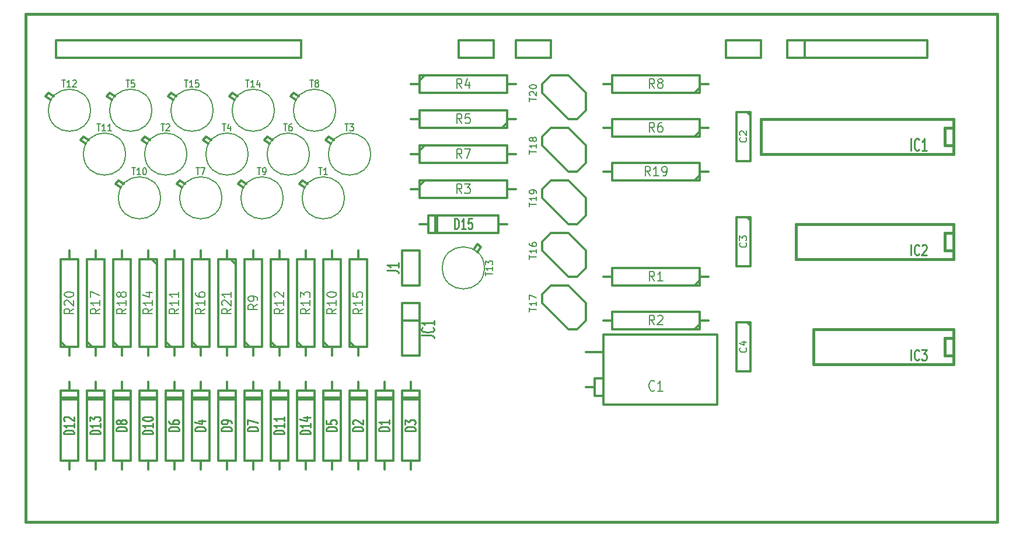
<source format=gbr>
G04 #@! TF.FileFunction,Legend,Top*
%FSLAX46Y46*%
G04 Gerber Fmt 4.6, Leading zero omitted, Abs format (unit mm)*
G04 Created by KiCad (PCBNEW 4.0.5+dfsg1-4+deb9u1) date Mon Sep 26 08:47:17 2022*
%MOMM*%
%LPD*%
G01*
G04 APERTURE LIST*
%ADD10C,0.100000*%
%ADD11C,0.381000*%
%ADD12C,0.304800*%
%ADD13C,0.203200*%
%ADD14C,0.254000*%
%ADD15C,0.285750*%
%ADD16C,0.287020*%
%ADD17C,0.271780*%
%ADD18C,0.269240*%
G04 APERTURE END LIST*
D10*
D11*
X82550000Y-139700000D02*
X82550000Y-66040000D01*
X223520000Y-139700000D02*
X82550000Y-139700000D01*
X223520000Y-66040000D02*
X223520000Y-139700000D01*
X82550000Y-66040000D02*
X223520000Y-66040000D01*
D12*
X187706000Y-80264000D02*
X187706000Y-87376000D01*
X187706000Y-87376000D02*
X185674000Y-87376000D01*
X185674000Y-87376000D02*
X185674000Y-80264000D01*
X185674000Y-80264000D02*
X187706000Y-80264000D01*
X187198000Y-80264000D02*
X187706000Y-80772000D01*
X187706000Y-95504000D02*
X187706000Y-102616000D01*
X187706000Y-102616000D02*
X185674000Y-102616000D01*
X185674000Y-102616000D02*
X185674000Y-95504000D01*
X185674000Y-95504000D02*
X187706000Y-95504000D01*
X187198000Y-95504000D02*
X187706000Y-96012000D01*
X187706000Y-110744000D02*
X187706000Y-117856000D01*
X187706000Y-117856000D02*
X185674000Y-117856000D01*
X185674000Y-117856000D02*
X185674000Y-110744000D01*
X185674000Y-110744000D02*
X187706000Y-110744000D01*
X187198000Y-110744000D02*
X187706000Y-111252000D01*
X166370000Y-122682000D02*
X182880000Y-122682000D01*
X182880000Y-122682000D02*
X182880000Y-112522000D01*
X182880000Y-112522000D02*
X166370000Y-112522000D01*
X166370000Y-112522000D02*
X166370000Y-122682000D01*
X166370000Y-121412000D02*
X165100000Y-121412000D01*
X165100000Y-121412000D02*
X165100000Y-118872000D01*
X165100000Y-118872000D02*
X166370000Y-118872000D01*
X165100000Y-120142000D02*
X163830000Y-120142000D01*
X166370000Y-115062000D02*
X163830000Y-115062000D01*
X134620000Y-119380000D02*
X134620000Y-120650000D01*
X134620000Y-120650000D02*
X133350000Y-120650000D01*
X133350000Y-120650000D02*
X133350000Y-130810000D01*
X133350000Y-130810000D02*
X134620000Y-130810000D01*
X134620000Y-130810000D02*
X134620000Y-132080000D01*
X134620000Y-130810000D02*
X135890000Y-130810000D01*
X135890000Y-130810000D02*
X135890000Y-120650000D01*
X135890000Y-120650000D02*
X134620000Y-120650000D01*
X133350000Y-121920000D02*
X135890000Y-121920000D01*
X133350000Y-121666000D02*
X135890000Y-121666000D01*
X130810000Y-119380000D02*
X130810000Y-120650000D01*
X130810000Y-120650000D02*
X129540000Y-120650000D01*
X129540000Y-120650000D02*
X129540000Y-130810000D01*
X129540000Y-130810000D02*
X130810000Y-130810000D01*
X130810000Y-130810000D02*
X130810000Y-132080000D01*
X130810000Y-130810000D02*
X132080000Y-130810000D01*
X132080000Y-130810000D02*
X132080000Y-120650000D01*
X132080000Y-120650000D02*
X130810000Y-120650000D01*
X129540000Y-121920000D02*
X132080000Y-121920000D01*
X129540000Y-121666000D02*
X132080000Y-121666000D01*
X138430000Y-119380000D02*
X138430000Y-120650000D01*
X138430000Y-120650000D02*
X137160000Y-120650000D01*
X137160000Y-120650000D02*
X137160000Y-130810000D01*
X137160000Y-130810000D02*
X138430000Y-130810000D01*
X138430000Y-130810000D02*
X138430000Y-132080000D01*
X138430000Y-130810000D02*
X139700000Y-130810000D01*
X139700000Y-130810000D02*
X139700000Y-120650000D01*
X139700000Y-120650000D02*
X138430000Y-120650000D01*
X137160000Y-121920000D02*
X139700000Y-121920000D01*
X137160000Y-121666000D02*
X139700000Y-121666000D01*
X107950000Y-119380000D02*
X107950000Y-120650000D01*
X107950000Y-120650000D02*
X106680000Y-120650000D01*
X106680000Y-120650000D02*
X106680000Y-130810000D01*
X106680000Y-130810000D02*
X107950000Y-130810000D01*
X107950000Y-130810000D02*
X107950000Y-132080000D01*
X107950000Y-130810000D02*
X109220000Y-130810000D01*
X109220000Y-130810000D02*
X109220000Y-120650000D01*
X109220000Y-120650000D02*
X107950000Y-120650000D01*
X106680000Y-121920000D02*
X109220000Y-121920000D01*
X106680000Y-121666000D02*
X109220000Y-121666000D01*
X127000000Y-119380000D02*
X127000000Y-120650000D01*
X127000000Y-120650000D02*
X125730000Y-120650000D01*
X125730000Y-120650000D02*
X125730000Y-130810000D01*
X125730000Y-130810000D02*
X127000000Y-130810000D01*
X127000000Y-130810000D02*
X127000000Y-132080000D01*
X127000000Y-130810000D02*
X128270000Y-130810000D01*
X128270000Y-130810000D02*
X128270000Y-120650000D01*
X128270000Y-120650000D02*
X127000000Y-120650000D01*
X125730000Y-121920000D02*
X128270000Y-121920000D01*
X125730000Y-121666000D02*
X128270000Y-121666000D01*
X104140000Y-119380000D02*
X104140000Y-120650000D01*
X104140000Y-120650000D02*
X102870000Y-120650000D01*
X102870000Y-120650000D02*
X102870000Y-130810000D01*
X102870000Y-130810000D02*
X104140000Y-130810000D01*
X104140000Y-130810000D02*
X104140000Y-132080000D01*
X104140000Y-130810000D02*
X105410000Y-130810000D01*
X105410000Y-130810000D02*
X105410000Y-120650000D01*
X105410000Y-120650000D02*
X104140000Y-120650000D01*
X102870000Y-121920000D02*
X105410000Y-121920000D01*
X102870000Y-121666000D02*
X105410000Y-121666000D01*
X115570000Y-119380000D02*
X115570000Y-120650000D01*
X115570000Y-120650000D02*
X114300000Y-120650000D01*
X114300000Y-120650000D02*
X114300000Y-130810000D01*
X114300000Y-130810000D02*
X115570000Y-130810000D01*
X115570000Y-130810000D02*
X115570000Y-132080000D01*
X115570000Y-130810000D02*
X116840000Y-130810000D01*
X116840000Y-130810000D02*
X116840000Y-120650000D01*
X116840000Y-120650000D02*
X115570000Y-120650000D01*
X114300000Y-121920000D02*
X116840000Y-121920000D01*
X114300000Y-121666000D02*
X116840000Y-121666000D01*
X96520000Y-119380000D02*
X96520000Y-120650000D01*
X96520000Y-120650000D02*
X95250000Y-120650000D01*
X95250000Y-120650000D02*
X95250000Y-130810000D01*
X95250000Y-130810000D02*
X96520000Y-130810000D01*
X96520000Y-130810000D02*
X96520000Y-132080000D01*
X96520000Y-130810000D02*
X97790000Y-130810000D01*
X97790000Y-130810000D02*
X97790000Y-120650000D01*
X97790000Y-120650000D02*
X96520000Y-120650000D01*
X95250000Y-121920000D02*
X97790000Y-121920000D01*
X95250000Y-121666000D02*
X97790000Y-121666000D01*
X111760000Y-119380000D02*
X111760000Y-120650000D01*
X111760000Y-120650000D02*
X110490000Y-120650000D01*
X110490000Y-120650000D02*
X110490000Y-130810000D01*
X110490000Y-130810000D02*
X111760000Y-130810000D01*
X111760000Y-130810000D02*
X111760000Y-132080000D01*
X111760000Y-130810000D02*
X113030000Y-130810000D01*
X113030000Y-130810000D02*
X113030000Y-120650000D01*
X113030000Y-120650000D02*
X111760000Y-120650000D01*
X110490000Y-121920000D02*
X113030000Y-121920000D01*
X110490000Y-121666000D02*
X113030000Y-121666000D01*
X100330000Y-119380000D02*
X100330000Y-120650000D01*
X100330000Y-120650000D02*
X99060000Y-120650000D01*
X99060000Y-120650000D02*
X99060000Y-130810000D01*
X99060000Y-130810000D02*
X100330000Y-130810000D01*
X100330000Y-130810000D02*
X100330000Y-132080000D01*
X100330000Y-130810000D02*
X101600000Y-130810000D01*
X101600000Y-130810000D02*
X101600000Y-120650000D01*
X101600000Y-120650000D02*
X100330000Y-120650000D01*
X99060000Y-121920000D02*
X101600000Y-121920000D01*
X99060000Y-121666000D02*
X101600000Y-121666000D01*
X119380000Y-119380000D02*
X119380000Y-120650000D01*
X119380000Y-120650000D02*
X118110000Y-120650000D01*
X118110000Y-120650000D02*
X118110000Y-130810000D01*
X118110000Y-130810000D02*
X119380000Y-130810000D01*
X119380000Y-130810000D02*
X119380000Y-132080000D01*
X119380000Y-130810000D02*
X120650000Y-130810000D01*
X120650000Y-130810000D02*
X120650000Y-120650000D01*
X120650000Y-120650000D02*
X119380000Y-120650000D01*
X118110000Y-121920000D02*
X120650000Y-121920000D01*
X118110000Y-121666000D02*
X120650000Y-121666000D01*
X88900000Y-119380000D02*
X88900000Y-120650000D01*
X88900000Y-120650000D02*
X87630000Y-120650000D01*
X87630000Y-120650000D02*
X87630000Y-130810000D01*
X87630000Y-130810000D02*
X88900000Y-130810000D01*
X88900000Y-130810000D02*
X88900000Y-132080000D01*
X88900000Y-130810000D02*
X90170000Y-130810000D01*
X90170000Y-130810000D02*
X90170000Y-120650000D01*
X90170000Y-120650000D02*
X88900000Y-120650000D01*
X87630000Y-121920000D02*
X90170000Y-121920000D01*
X87630000Y-121666000D02*
X90170000Y-121666000D01*
X92710000Y-119380000D02*
X92710000Y-120650000D01*
X92710000Y-120650000D02*
X91440000Y-120650000D01*
X91440000Y-120650000D02*
X91440000Y-130810000D01*
X91440000Y-130810000D02*
X92710000Y-130810000D01*
X92710000Y-130810000D02*
X92710000Y-132080000D01*
X92710000Y-130810000D02*
X93980000Y-130810000D01*
X93980000Y-130810000D02*
X93980000Y-120650000D01*
X93980000Y-120650000D02*
X92710000Y-120650000D01*
X91440000Y-121920000D02*
X93980000Y-121920000D01*
X91440000Y-121666000D02*
X93980000Y-121666000D01*
X123190000Y-119380000D02*
X123190000Y-120650000D01*
X123190000Y-120650000D02*
X121920000Y-120650000D01*
X121920000Y-120650000D02*
X121920000Y-130810000D01*
X121920000Y-130810000D02*
X123190000Y-130810000D01*
X123190000Y-130810000D02*
X123190000Y-132080000D01*
X123190000Y-130810000D02*
X124460000Y-130810000D01*
X124460000Y-130810000D02*
X124460000Y-120650000D01*
X124460000Y-120650000D02*
X123190000Y-120650000D01*
X121920000Y-121920000D02*
X124460000Y-121920000D01*
X121920000Y-121666000D02*
X124460000Y-121666000D01*
X139700000Y-96520000D02*
X140970000Y-96520000D01*
X140970000Y-96520000D02*
X140970000Y-97790000D01*
X140970000Y-97790000D02*
X151130000Y-97790000D01*
X151130000Y-97790000D02*
X151130000Y-96520000D01*
X151130000Y-96520000D02*
X152400000Y-96520000D01*
X151130000Y-96520000D02*
X151130000Y-95250000D01*
X151130000Y-95250000D02*
X140970000Y-95250000D01*
X140970000Y-95250000D02*
X140970000Y-96520000D01*
X142240000Y-97790000D02*
X142240000Y-95250000D01*
X141986000Y-97790000D02*
X141986000Y-95250000D01*
D11*
X217170000Y-116840000D02*
X196850000Y-116840000D01*
X196850000Y-111760000D02*
X217170000Y-111760000D01*
X217170000Y-111760000D02*
X217170000Y-116840000D01*
X217170000Y-115570000D02*
X215900000Y-115570000D01*
X215900000Y-115570000D02*
X215900000Y-113030000D01*
X215900000Y-113030000D02*
X217170000Y-113030000D01*
X196850000Y-116840000D02*
X196850000Y-111760000D01*
X217170000Y-100330000D02*
X217170000Y-100330000D01*
X217170000Y-100330000D02*
X215900000Y-100330000D01*
X215900000Y-100330000D02*
X215900000Y-97790000D01*
X215900000Y-97790000D02*
X217170000Y-97790000D01*
X217170000Y-101600000D02*
X194310000Y-101600000D01*
X194310000Y-101600000D02*
X194310000Y-96520000D01*
X194310000Y-96520000D02*
X217170000Y-96520000D01*
X217170000Y-96520000D02*
X217170000Y-101600000D01*
X217170000Y-85090000D02*
X215900000Y-85090000D01*
X215900000Y-85090000D02*
X215900000Y-82550000D01*
X215900000Y-82550000D02*
X217170000Y-82550000D01*
X217170000Y-86360000D02*
X189230000Y-86360000D01*
X189230000Y-86360000D02*
X189230000Y-81280000D01*
X189230000Y-81280000D02*
X217170000Y-81280000D01*
X217170000Y-81280000D02*
X217170000Y-86360000D01*
D12*
X152400000Y-82550000D02*
X139700000Y-82550000D01*
X139700000Y-82550000D02*
X139700000Y-80010000D01*
X139700000Y-80010000D02*
X152400000Y-80010000D01*
X139700000Y-81280000D02*
X138430000Y-81280000D01*
X153670000Y-81280000D02*
X152400000Y-81280000D01*
X152400000Y-81788000D02*
X151638000Y-82550000D01*
X152400000Y-82550000D02*
X152400000Y-80010000D01*
X139700000Y-85090000D02*
X152400000Y-85090000D01*
X152400000Y-85090000D02*
X152400000Y-87630000D01*
X152400000Y-87630000D02*
X139700000Y-87630000D01*
X152400000Y-86360000D02*
X153670000Y-86360000D01*
X138430000Y-86360000D02*
X139700000Y-86360000D01*
X139700000Y-85852000D02*
X140462000Y-85090000D01*
X139700000Y-85090000D02*
X139700000Y-87630000D01*
X139700000Y-90170000D02*
X152400000Y-90170000D01*
X152400000Y-90170000D02*
X152400000Y-92710000D01*
X152400000Y-92710000D02*
X139700000Y-92710000D01*
X152400000Y-91440000D02*
X153670000Y-91440000D01*
X138430000Y-91440000D02*
X139700000Y-91440000D01*
X139700000Y-90932000D02*
X140462000Y-90170000D01*
X139700000Y-90170000D02*
X139700000Y-92710000D01*
X180340000Y-111760000D02*
X167640000Y-111760000D01*
X167640000Y-111760000D02*
X167640000Y-109220000D01*
X167640000Y-109220000D02*
X180340000Y-109220000D01*
X167640000Y-110490000D02*
X166370000Y-110490000D01*
X181610000Y-110490000D02*
X180340000Y-110490000D01*
X180340000Y-110998000D02*
X179578000Y-111760000D01*
X180340000Y-111760000D02*
X180340000Y-109220000D01*
X180340000Y-105410000D02*
X167640000Y-105410000D01*
X167640000Y-105410000D02*
X167640000Y-102870000D01*
X167640000Y-102870000D02*
X180340000Y-102870000D01*
X167640000Y-104140000D02*
X166370000Y-104140000D01*
X181610000Y-104140000D02*
X180340000Y-104140000D01*
X180340000Y-104648000D02*
X179578000Y-105410000D01*
X180340000Y-105410000D02*
X180340000Y-102870000D01*
X180340000Y-77470000D02*
X167640000Y-77470000D01*
X167640000Y-77470000D02*
X167640000Y-74930000D01*
X167640000Y-74930000D02*
X180340000Y-74930000D01*
X167640000Y-76200000D02*
X166370000Y-76200000D01*
X181610000Y-76200000D02*
X180340000Y-76200000D01*
X180340000Y-76708000D02*
X179578000Y-77470000D01*
X180340000Y-77470000D02*
X180340000Y-74930000D01*
X139700000Y-74930000D02*
X152400000Y-74930000D01*
X152400000Y-74930000D02*
X152400000Y-77470000D01*
X152400000Y-77470000D02*
X139700000Y-77470000D01*
X152400000Y-76200000D02*
X153670000Y-76200000D01*
X138430000Y-76200000D02*
X139700000Y-76200000D01*
X139700000Y-75692000D02*
X140462000Y-74930000D01*
X139700000Y-74930000D02*
X139700000Y-77470000D01*
X180340000Y-83820000D02*
X167640000Y-83820000D01*
X167640000Y-83820000D02*
X167640000Y-81280000D01*
X167640000Y-81280000D02*
X180340000Y-81280000D01*
X167640000Y-82550000D02*
X166370000Y-82550000D01*
X181610000Y-82550000D02*
X180340000Y-82550000D01*
X180340000Y-83058000D02*
X179578000Y-83820000D01*
X180340000Y-83820000D02*
X180340000Y-81280000D01*
X139700000Y-105410000D02*
X137160000Y-105410000D01*
X137160000Y-105410000D02*
X137160000Y-100330000D01*
X137160000Y-100330000D02*
X139700000Y-100330000D01*
X139700000Y-100330000D02*
X139700000Y-105410000D01*
X137160000Y-107950000D02*
X139700000Y-107950000D01*
X139700000Y-107950000D02*
X139700000Y-115570000D01*
X139700000Y-115570000D02*
X137160000Y-115570000D01*
X137160000Y-115570000D02*
X137160000Y-107950000D01*
X139700000Y-110490000D02*
X137160000Y-110490000D01*
D13*
X128778000Y-92710000D02*
G75*
G03X128778000Y-92710000I-3048000J0D01*
G01*
D12*
X123063000Y-91186000D02*
X122301000Y-90678000D01*
X122301000Y-90678000D02*
X122682000Y-90170000D01*
X122682000Y-90170000D02*
X123444000Y-90678000D01*
D13*
X105918000Y-86360000D02*
G75*
G03X105918000Y-86360000I-3048000J0D01*
G01*
D12*
X100203000Y-84836000D02*
X99441000Y-84328000D01*
X99441000Y-84328000D02*
X99822000Y-83820000D01*
X99822000Y-83820000D02*
X100584000Y-84328000D01*
D13*
X132588000Y-86360000D02*
G75*
G03X132588000Y-86360000I-3048000J0D01*
G01*
D12*
X126873000Y-84836000D02*
X126111000Y-84328000D01*
X126111000Y-84328000D02*
X126492000Y-83820000D01*
X126492000Y-83820000D02*
X127254000Y-84328000D01*
D13*
X114808000Y-86360000D02*
G75*
G03X114808000Y-86360000I-3048000J0D01*
G01*
D12*
X109093000Y-84836000D02*
X108331000Y-84328000D01*
X108331000Y-84328000D02*
X108712000Y-83820000D01*
X108712000Y-83820000D02*
X109474000Y-84328000D01*
D13*
X100838000Y-80010000D02*
G75*
G03X100838000Y-80010000I-3048000J0D01*
G01*
D12*
X95123000Y-78486000D02*
X94361000Y-77978000D01*
X94361000Y-77978000D02*
X94742000Y-77470000D01*
X94742000Y-77470000D02*
X95504000Y-77978000D01*
D13*
X123698000Y-86360000D02*
G75*
G03X123698000Y-86360000I-3048000J0D01*
G01*
D12*
X117983000Y-84836000D02*
X117221000Y-84328000D01*
X117221000Y-84328000D02*
X117602000Y-83820000D01*
X117602000Y-83820000D02*
X118364000Y-84328000D01*
D13*
X110998000Y-92710000D02*
G75*
G03X110998000Y-92710000I-3048000J0D01*
G01*
D12*
X105283000Y-91186000D02*
X104521000Y-90678000D01*
X104521000Y-90678000D02*
X104902000Y-90170000D01*
X104902000Y-90170000D02*
X105664000Y-90678000D01*
D13*
X127508000Y-80010000D02*
G75*
G03X127508000Y-80010000I-3048000J0D01*
G01*
D12*
X121793000Y-78486000D02*
X121031000Y-77978000D01*
X121031000Y-77978000D02*
X121412000Y-77470000D01*
X121412000Y-77470000D02*
X122174000Y-77978000D01*
D13*
X119888000Y-92710000D02*
G75*
G03X119888000Y-92710000I-3048000J0D01*
G01*
D12*
X114173000Y-91186000D02*
X113411000Y-90678000D01*
X113411000Y-90678000D02*
X113792000Y-90170000D01*
X113792000Y-90170000D02*
X114554000Y-90678000D01*
D13*
X102108000Y-92710000D02*
G75*
G03X102108000Y-92710000I-3048000J0D01*
G01*
D12*
X96393000Y-91186000D02*
X95631000Y-90678000D01*
X95631000Y-90678000D02*
X96012000Y-90170000D01*
X96012000Y-90170000D02*
X96774000Y-90678000D01*
D13*
X97028000Y-86360000D02*
G75*
G03X97028000Y-86360000I-3048000J0D01*
G01*
D12*
X91313000Y-84836000D02*
X90551000Y-84328000D01*
X90551000Y-84328000D02*
X90932000Y-83820000D01*
X90932000Y-83820000D02*
X91694000Y-84328000D01*
D13*
X91948000Y-80010000D02*
G75*
G03X91948000Y-80010000I-3048000J0D01*
G01*
D12*
X86233000Y-78486000D02*
X85471000Y-77978000D01*
X85471000Y-77978000D02*
X85852000Y-77470000D01*
X85852000Y-77470000D02*
X86614000Y-77978000D01*
D13*
X149098000Y-102870000D02*
G75*
G03X149098000Y-102870000I-3048000J0D01*
G01*
D12*
X147574000Y-100203000D02*
X148082000Y-99441000D01*
X148082000Y-99441000D02*
X148590000Y-99822000D01*
X148590000Y-99822000D02*
X148082000Y-100584000D01*
D13*
X118618000Y-80010000D02*
G75*
G03X118618000Y-80010000I-3048000J0D01*
G01*
D12*
X112903000Y-78486000D02*
X112141000Y-77978000D01*
X112141000Y-77978000D02*
X112522000Y-77470000D01*
X112522000Y-77470000D02*
X113284000Y-77978000D01*
D13*
X109728000Y-80010000D02*
G75*
G03X109728000Y-80010000I-3048000J0D01*
G01*
D12*
X104013000Y-78486000D02*
X103251000Y-77978000D01*
X103251000Y-77978000D02*
X103632000Y-77470000D01*
X103632000Y-77470000D02*
X104394000Y-77978000D01*
X86995000Y-69850000D02*
X122555000Y-69850000D01*
X122555000Y-69850000D02*
X122555000Y-72390000D01*
X122555000Y-72390000D02*
X86995000Y-72390000D01*
X86995000Y-72390000D02*
X86995000Y-69850000D01*
X150495000Y-69850000D02*
X150495000Y-72390000D01*
X150495000Y-72390000D02*
X145415000Y-72390000D01*
X145415000Y-72390000D02*
X145415000Y-69850000D01*
X145415000Y-69850000D02*
X150495000Y-69850000D01*
X193040000Y-69850000D02*
X213360000Y-69850000D01*
X213360000Y-69850000D02*
X213360000Y-72390000D01*
X213360000Y-72390000D02*
X193040000Y-72390000D01*
X193040000Y-72390000D02*
X193040000Y-69850000D01*
X195580000Y-72390000D02*
X195580000Y-69850000D01*
X184150000Y-72390000D02*
X184150000Y-69850000D01*
X184150000Y-69850000D02*
X189230000Y-69850000D01*
X189230000Y-69850000D02*
X189230000Y-72390000D01*
X189230000Y-72390000D02*
X184150000Y-72390000D01*
X158750000Y-69850000D02*
X158750000Y-72390000D01*
X158750000Y-72390000D02*
X153670000Y-72390000D01*
X153670000Y-72390000D02*
X153670000Y-69850000D01*
X153670000Y-69850000D02*
X158750000Y-69850000D01*
X157480000Y-100330000D02*
X161290000Y-104140000D01*
X161290000Y-104140000D02*
X162560000Y-104140000D01*
X162560000Y-104140000D02*
X163830000Y-102870000D01*
X163830000Y-102870000D02*
X163830000Y-100330000D01*
X163830000Y-100330000D02*
X161290000Y-97790000D01*
X161290000Y-97790000D02*
X158750000Y-97790000D01*
X158750000Y-97790000D02*
X157480000Y-99060000D01*
X157480000Y-99060000D02*
X157480000Y-100330000D01*
X157480000Y-107950000D02*
X161290000Y-111760000D01*
X161290000Y-111760000D02*
X162560000Y-111760000D01*
X162560000Y-111760000D02*
X163830000Y-110490000D01*
X163830000Y-110490000D02*
X163830000Y-107950000D01*
X163830000Y-107950000D02*
X161290000Y-105410000D01*
X161290000Y-105410000D02*
X158750000Y-105410000D01*
X158750000Y-105410000D02*
X157480000Y-106680000D01*
X157480000Y-106680000D02*
X157480000Y-107950000D01*
X157480000Y-85090000D02*
X161290000Y-88900000D01*
X161290000Y-88900000D02*
X162560000Y-88900000D01*
X162560000Y-88900000D02*
X163830000Y-87630000D01*
X163830000Y-87630000D02*
X163830000Y-85090000D01*
X163830000Y-85090000D02*
X161290000Y-82550000D01*
X161290000Y-82550000D02*
X158750000Y-82550000D01*
X158750000Y-82550000D02*
X157480000Y-83820000D01*
X157480000Y-83820000D02*
X157480000Y-85090000D01*
X157480000Y-92710000D02*
X161290000Y-96520000D01*
X161290000Y-96520000D02*
X162560000Y-96520000D01*
X162560000Y-96520000D02*
X163830000Y-95250000D01*
X163830000Y-95250000D02*
X163830000Y-92710000D01*
X163830000Y-92710000D02*
X161290000Y-90170000D01*
X161290000Y-90170000D02*
X158750000Y-90170000D01*
X158750000Y-90170000D02*
X157480000Y-91440000D01*
X157480000Y-91440000D02*
X157480000Y-92710000D01*
X157480000Y-77470000D02*
X161290000Y-81280000D01*
X161290000Y-81280000D02*
X162560000Y-81280000D01*
X162560000Y-81280000D02*
X163830000Y-80010000D01*
X163830000Y-80010000D02*
X163830000Y-77470000D01*
X163830000Y-77470000D02*
X161290000Y-74930000D01*
X161290000Y-74930000D02*
X158750000Y-74930000D01*
X158750000Y-74930000D02*
X157480000Y-76200000D01*
X157480000Y-76200000D02*
X157480000Y-77470000D01*
X113030000Y-101600000D02*
X113030000Y-114300000D01*
X113030000Y-114300000D02*
X110490000Y-114300000D01*
X110490000Y-114300000D02*
X110490000Y-101600000D01*
X111760000Y-114300000D02*
X111760000Y-115570000D01*
X111760000Y-100330000D02*
X111760000Y-101600000D01*
X112268000Y-101600000D02*
X113030000Y-102362000D01*
X113030000Y-101600000D02*
X110490000Y-101600000D01*
X87630000Y-114300000D02*
X87630000Y-101600000D01*
X87630000Y-101600000D02*
X90170000Y-101600000D01*
X90170000Y-101600000D02*
X90170000Y-114300000D01*
X88900000Y-101600000D02*
X88900000Y-100330000D01*
X88900000Y-115570000D02*
X88900000Y-114300000D01*
X88392000Y-114300000D02*
X87630000Y-113538000D01*
X87630000Y-114300000D02*
X90170000Y-114300000D01*
X180340000Y-90170000D02*
X167640000Y-90170000D01*
X167640000Y-90170000D02*
X167640000Y-87630000D01*
X167640000Y-87630000D02*
X180340000Y-87630000D01*
X167640000Y-88900000D02*
X166370000Y-88900000D01*
X181610000Y-88900000D02*
X180340000Y-88900000D01*
X180340000Y-89408000D02*
X179578000Y-90170000D01*
X180340000Y-90170000D02*
X180340000Y-87630000D01*
X95250000Y-114300000D02*
X95250000Y-101600000D01*
X95250000Y-101600000D02*
X97790000Y-101600000D01*
X97790000Y-101600000D02*
X97790000Y-114300000D01*
X96520000Y-101600000D02*
X96520000Y-100330000D01*
X96520000Y-115570000D02*
X96520000Y-114300000D01*
X96012000Y-114300000D02*
X95250000Y-113538000D01*
X95250000Y-114300000D02*
X97790000Y-114300000D01*
X91440000Y-114300000D02*
X91440000Y-101600000D01*
X91440000Y-101600000D02*
X93980000Y-101600000D01*
X93980000Y-101600000D02*
X93980000Y-114300000D01*
X92710000Y-101600000D02*
X92710000Y-100330000D01*
X92710000Y-115570000D02*
X92710000Y-114300000D01*
X92202000Y-114300000D02*
X91440000Y-113538000D01*
X91440000Y-114300000D02*
X93980000Y-114300000D01*
X106680000Y-114300000D02*
X106680000Y-101600000D01*
X106680000Y-101600000D02*
X109220000Y-101600000D01*
X109220000Y-101600000D02*
X109220000Y-114300000D01*
X107950000Y-101600000D02*
X107950000Y-100330000D01*
X107950000Y-115570000D02*
X107950000Y-114300000D01*
X107442000Y-114300000D02*
X106680000Y-113538000D01*
X106680000Y-114300000D02*
X109220000Y-114300000D01*
X129540000Y-114300000D02*
X129540000Y-101600000D01*
X129540000Y-101600000D02*
X132080000Y-101600000D01*
X132080000Y-101600000D02*
X132080000Y-114300000D01*
X130810000Y-101600000D02*
X130810000Y-100330000D01*
X130810000Y-115570000D02*
X130810000Y-114300000D01*
X130302000Y-114300000D02*
X129540000Y-113538000D01*
X129540000Y-114300000D02*
X132080000Y-114300000D01*
X101600000Y-101600000D02*
X101600000Y-114300000D01*
X101600000Y-114300000D02*
X99060000Y-114300000D01*
X99060000Y-114300000D02*
X99060000Y-101600000D01*
X100330000Y-114300000D02*
X100330000Y-115570000D01*
X100330000Y-100330000D02*
X100330000Y-101600000D01*
X100838000Y-101600000D02*
X101600000Y-102362000D01*
X101600000Y-101600000D02*
X99060000Y-101600000D01*
X121920000Y-114300000D02*
X121920000Y-101600000D01*
X121920000Y-101600000D02*
X124460000Y-101600000D01*
X124460000Y-101600000D02*
X124460000Y-114300000D01*
X123190000Y-101600000D02*
X123190000Y-100330000D01*
X123190000Y-115570000D02*
X123190000Y-114300000D01*
X122682000Y-114300000D02*
X121920000Y-113538000D01*
X121920000Y-114300000D02*
X124460000Y-114300000D01*
X118110000Y-114300000D02*
X118110000Y-101600000D01*
X118110000Y-101600000D02*
X120650000Y-101600000D01*
X120650000Y-101600000D02*
X120650000Y-114300000D01*
X119380000Y-101600000D02*
X119380000Y-100330000D01*
X119380000Y-115570000D02*
X119380000Y-114300000D01*
X118872000Y-114300000D02*
X118110000Y-113538000D01*
X118110000Y-114300000D02*
X120650000Y-114300000D01*
X102870000Y-114300000D02*
X102870000Y-101600000D01*
X102870000Y-101600000D02*
X105410000Y-101600000D01*
X105410000Y-101600000D02*
X105410000Y-114300000D01*
X104140000Y-101600000D02*
X104140000Y-100330000D01*
X104140000Y-115570000D02*
X104140000Y-114300000D01*
X103632000Y-114300000D02*
X102870000Y-113538000D01*
X102870000Y-114300000D02*
X105410000Y-114300000D01*
X125730000Y-114300000D02*
X125730000Y-101600000D01*
X125730000Y-101600000D02*
X128270000Y-101600000D01*
X128270000Y-101600000D02*
X128270000Y-114300000D01*
X127000000Y-101600000D02*
X127000000Y-100330000D01*
X127000000Y-115570000D02*
X127000000Y-114300000D01*
X126492000Y-114300000D02*
X125730000Y-113538000D01*
X125730000Y-114300000D02*
X128270000Y-114300000D01*
X114300000Y-114300000D02*
X114300000Y-101600000D01*
X114300000Y-101600000D02*
X116840000Y-101600000D01*
X116840000Y-101600000D02*
X116840000Y-114300000D01*
X115570000Y-101600000D02*
X115570000Y-100330000D01*
X115570000Y-115570000D02*
X115570000Y-114300000D01*
X115062000Y-114300000D02*
X114300000Y-113538000D01*
X114300000Y-114300000D02*
X116840000Y-114300000D01*
D13*
X187052857Y-83989333D02*
X187101238Y-84037714D01*
X187149619Y-84182857D01*
X187149619Y-84279619D01*
X187101238Y-84424761D01*
X187004476Y-84521523D01*
X186907714Y-84569904D01*
X186714190Y-84618285D01*
X186569048Y-84618285D01*
X186375524Y-84569904D01*
X186278762Y-84521523D01*
X186182000Y-84424761D01*
X186133619Y-84279619D01*
X186133619Y-84182857D01*
X186182000Y-84037714D01*
X186230381Y-83989333D01*
X186230381Y-83602285D02*
X186182000Y-83553904D01*
X186133619Y-83457142D01*
X186133619Y-83215238D01*
X186182000Y-83118476D01*
X186230381Y-83070095D01*
X186327143Y-83021714D01*
X186423905Y-83021714D01*
X186569048Y-83070095D01*
X187149619Y-83650666D01*
X187149619Y-83021714D01*
X187052857Y-99229333D02*
X187101238Y-99277714D01*
X187149619Y-99422857D01*
X187149619Y-99519619D01*
X187101238Y-99664761D01*
X187004476Y-99761523D01*
X186907714Y-99809904D01*
X186714190Y-99858285D01*
X186569048Y-99858285D01*
X186375524Y-99809904D01*
X186278762Y-99761523D01*
X186182000Y-99664761D01*
X186133619Y-99519619D01*
X186133619Y-99422857D01*
X186182000Y-99277714D01*
X186230381Y-99229333D01*
X186133619Y-98890666D02*
X186133619Y-98261714D01*
X186520667Y-98600380D01*
X186520667Y-98455238D01*
X186569048Y-98358476D01*
X186617429Y-98310095D01*
X186714190Y-98261714D01*
X186956095Y-98261714D01*
X187052857Y-98310095D01*
X187101238Y-98358476D01*
X187149619Y-98455238D01*
X187149619Y-98745523D01*
X187101238Y-98842285D01*
X187052857Y-98890666D01*
X187052857Y-114469333D02*
X187101238Y-114517714D01*
X187149619Y-114662857D01*
X187149619Y-114759619D01*
X187101238Y-114904761D01*
X187004476Y-115001523D01*
X186907714Y-115049904D01*
X186714190Y-115098285D01*
X186569048Y-115098285D01*
X186375524Y-115049904D01*
X186278762Y-115001523D01*
X186182000Y-114904761D01*
X186133619Y-114759619D01*
X186133619Y-114662857D01*
X186182000Y-114517714D01*
X186230381Y-114469333D01*
X186472286Y-113598476D02*
X187149619Y-113598476D01*
X186085238Y-113840380D02*
X186810952Y-114082285D01*
X186810952Y-113453333D01*
X173778333Y-120559286D02*
X173717857Y-120631857D01*
X173536428Y-120704429D01*
X173415476Y-120704429D01*
X173234048Y-120631857D01*
X173113095Y-120486714D01*
X173052619Y-120341571D01*
X172992143Y-120051286D01*
X172992143Y-119833571D01*
X173052619Y-119543286D01*
X173113095Y-119398143D01*
X173234048Y-119253000D01*
X173415476Y-119180429D01*
X173536428Y-119180429D01*
X173717857Y-119253000D01*
X173778333Y-119325571D01*
X174987857Y-120704429D02*
X174262143Y-120704429D01*
X174625000Y-120704429D02*
X174625000Y-119180429D01*
X174504048Y-119398143D01*
X174383095Y-119543286D01*
X174262143Y-119615857D01*
D14*
X135309429Y-126479904D02*
X133785429Y-126479904D01*
X133785429Y-126237999D01*
X133858000Y-126092857D01*
X134003143Y-125996095D01*
X134148286Y-125947714D01*
X134438571Y-125899333D01*
X134656286Y-125899333D01*
X134946571Y-125947714D01*
X135091714Y-125996095D01*
X135236857Y-126092857D01*
X135309429Y-126237999D01*
X135309429Y-126479904D01*
X135309429Y-124931714D02*
X135309429Y-125512285D01*
X135309429Y-125221999D02*
X133785429Y-125221999D01*
X134003143Y-125318761D01*
X134148286Y-125415523D01*
X134220857Y-125512285D01*
X131499429Y-126479904D02*
X129975429Y-126479904D01*
X129975429Y-126237999D01*
X130048000Y-126092857D01*
X130193143Y-125996095D01*
X130338286Y-125947714D01*
X130628571Y-125899333D01*
X130846286Y-125899333D01*
X131136571Y-125947714D01*
X131281714Y-125996095D01*
X131426857Y-126092857D01*
X131499429Y-126237999D01*
X131499429Y-126479904D01*
X130120571Y-125512285D02*
X130048000Y-125463904D01*
X129975429Y-125367142D01*
X129975429Y-125125238D01*
X130048000Y-125028476D01*
X130120571Y-124980095D01*
X130265714Y-124931714D01*
X130410857Y-124931714D01*
X130628571Y-124980095D01*
X131499429Y-125560666D01*
X131499429Y-124931714D01*
X139119429Y-126479904D02*
X137595429Y-126479904D01*
X137595429Y-126237999D01*
X137668000Y-126092857D01*
X137813143Y-125996095D01*
X137958286Y-125947714D01*
X138248571Y-125899333D01*
X138466286Y-125899333D01*
X138756571Y-125947714D01*
X138901714Y-125996095D01*
X139046857Y-126092857D01*
X139119429Y-126237999D01*
X139119429Y-126479904D01*
X137595429Y-125560666D02*
X137595429Y-124931714D01*
X138176000Y-125270380D01*
X138176000Y-125125238D01*
X138248571Y-125028476D01*
X138321143Y-124980095D01*
X138466286Y-124931714D01*
X138829143Y-124931714D01*
X138974286Y-124980095D01*
X139046857Y-125028476D01*
X139119429Y-125125238D01*
X139119429Y-125415523D01*
X139046857Y-125512285D01*
X138974286Y-125560666D01*
X108639429Y-126479904D02*
X107115429Y-126479904D01*
X107115429Y-126237999D01*
X107188000Y-126092857D01*
X107333143Y-125996095D01*
X107478286Y-125947714D01*
X107768571Y-125899333D01*
X107986286Y-125899333D01*
X108276571Y-125947714D01*
X108421714Y-125996095D01*
X108566857Y-126092857D01*
X108639429Y-126237999D01*
X108639429Y-126479904D01*
X107623429Y-125028476D02*
X108639429Y-125028476D01*
X107042857Y-125270380D02*
X108131429Y-125512285D01*
X108131429Y-124883333D01*
X127689429Y-126479904D02*
X126165429Y-126479904D01*
X126165429Y-126237999D01*
X126238000Y-126092857D01*
X126383143Y-125996095D01*
X126528286Y-125947714D01*
X126818571Y-125899333D01*
X127036286Y-125899333D01*
X127326571Y-125947714D01*
X127471714Y-125996095D01*
X127616857Y-126092857D01*
X127689429Y-126237999D01*
X127689429Y-126479904D01*
X126165429Y-124980095D02*
X126165429Y-125463904D01*
X126891143Y-125512285D01*
X126818571Y-125463904D01*
X126746000Y-125367142D01*
X126746000Y-125125238D01*
X126818571Y-125028476D01*
X126891143Y-124980095D01*
X127036286Y-124931714D01*
X127399143Y-124931714D01*
X127544286Y-124980095D01*
X127616857Y-125028476D01*
X127689429Y-125125238D01*
X127689429Y-125367142D01*
X127616857Y-125463904D01*
X127544286Y-125512285D01*
X104829429Y-126479904D02*
X103305429Y-126479904D01*
X103305429Y-126237999D01*
X103378000Y-126092857D01*
X103523143Y-125996095D01*
X103668286Y-125947714D01*
X103958571Y-125899333D01*
X104176286Y-125899333D01*
X104466571Y-125947714D01*
X104611714Y-125996095D01*
X104756857Y-126092857D01*
X104829429Y-126237999D01*
X104829429Y-126479904D01*
X103305429Y-125028476D02*
X103305429Y-125221999D01*
X103378000Y-125318761D01*
X103450571Y-125367142D01*
X103668286Y-125463904D01*
X103958571Y-125512285D01*
X104539143Y-125512285D01*
X104684286Y-125463904D01*
X104756857Y-125415523D01*
X104829429Y-125318761D01*
X104829429Y-125125238D01*
X104756857Y-125028476D01*
X104684286Y-124980095D01*
X104539143Y-124931714D01*
X104176286Y-124931714D01*
X104031143Y-124980095D01*
X103958571Y-125028476D01*
X103886000Y-125125238D01*
X103886000Y-125318761D01*
X103958571Y-125415523D01*
X104031143Y-125463904D01*
X104176286Y-125512285D01*
X116259429Y-126479904D02*
X114735429Y-126479904D01*
X114735429Y-126237999D01*
X114808000Y-126092857D01*
X114953143Y-125996095D01*
X115098286Y-125947714D01*
X115388571Y-125899333D01*
X115606286Y-125899333D01*
X115896571Y-125947714D01*
X116041714Y-125996095D01*
X116186857Y-126092857D01*
X116259429Y-126237999D01*
X116259429Y-126479904D01*
X114735429Y-125560666D02*
X114735429Y-124883333D01*
X116259429Y-125318761D01*
X97209429Y-126479904D02*
X95685429Y-126479904D01*
X95685429Y-126237999D01*
X95758000Y-126092857D01*
X95903143Y-125996095D01*
X96048286Y-125947714D01*
X96338571Y-125899333D01*
X96556286Y-125899333D01*
X96846571Y-125947714D01*
X96991714Y-125996095D01*
X97136857Y-126092857D01*
X97209429Y-126237999D01*
X97209429Y-126479904D01*
X96338571Y-125318761D02*
X96266000Y-125415523D01*
X96193429Y-125463904D01*
X96048286Y-125512285D01*
X95975714Y-125512285D01*
X95830571Y-125463904D01*
X95758000Y-125415523D01*
X95685429Y-125318761D01*
X95685429Y-125125238D01*
X95758000Y-125028476D01*
X95830571Y-124980095D01*
X95975714Y-124931714D01*
X96048286Y-124931714D01*
X96193429Y-124980095D01*
X96266000Y-125028476D01*
X96338571Y-125125238D01*
X96338571Y-125318761D01*
X96411143Y-125415523D01*
X96483714Y-125463904D01*
X96628857Y-125512285D01*
X96919143Y-125512285D01*
X97064286Y-125463904D01*
X97136857Y-125415523D01*
X97209429Y-125318761D01*
X97209429Y-125125238D01*
X97136857Y-125028476D01*
X97064286Y-124980095D01*
X96919143Y-124931714D01*
X96628857Y-124931714D01*
X96483714Y-124980095D01*
X96411143Y-125028476D01*
X96338571Y-125125238D01*
X112449429Y-126479904D02*
X110925429Y-126479904D01*
X110925429Y-126237999D01*
X110998000Y-126092857D01*
X111143143Y-125996095D01*
X111288286Y-125947714D01*
X111578571Y-125899333D01*
X111796286Y-125899333D01*
X112086571Y-125947714D01*
X112231714Y-125996095D01*
X112376857Y-126092857D01*
X112449429Y-126237999D01*
X112449429Y-126479904D01*
X112449429Y-125415523D02*
X112449429Y-125221999D01*
X112376857Y-125125238D01*
X112304286Y-125076857D01*
X112086571Y-124980095D01*
X111796286Y-124931714D01*
X111215714Y-124931714D01*
X111070571Y-124980095D01*
X110998000Y-125028476D01*
X110925429Y-125125238D01*
X110925429Y-125318761D01*
X110998000Y-125415523D01*
X111070571Y-125463904D01*
X111215714Y-125512285D01*
X111578571Y-125512285D01*
X111723714Y-125463904D01*
X111796286Y-125415523D01*
X111868857Y-125318761D01*
X111868857Y-125125238D01*
X111796286Y-125028476D01*
X111723714Y-124980095D01*
X111578571Y-124931714D01*
X101019429Y-126963714D02*
X99495429Y-126963714D01*
X99495429Y-126721809D01*
X99568000Y-126576667D01*
X99713143Y-126479905D01*
X99858286Y-126431524D01*
X100148571Y-126383143D01*
X100366286Y-126383143D01*
X100656571Y-126431524D01*
X100801714Y-126479905D01*
X100946857Y-126576667D01*
X101019429Y-126721809D01*
X101019429Y-126963714D01*
X101019429Y-125415524D02*
X101019429Y-125996095D01*
X101019429Y-125705809D02*
X99495429Y-125705809D01*
X99713143Y-125802571D01*
X99858286Y-125899333D01*
X99930857Y-125996095D01*
X99495429Y-124786571D02*
X99495429Y-124689810D01*
X99568000Y-124593048D01*
X99640571Y-124544667D01*
X99785714Y-124496286D01*
X100076000Y-124447905D01*
X100438857Y-124447905D01*
X100729143Y-124496286D01*
X100874286Y-124544667D01*
X100946857Y-124593048D01*
X101019429Y-124689810D01*
X101019429Y-124786571D01*
X100946857Y-124883333D01*
X100874286Y-124931714D01*
X100729143Y-124980095D01*
X100438857Y-125028476D01*
X100076000Y-125028476D01*
X99785714Y-124980095D01*
X99640571Y-124931714D01*
X99568000Y-124883333D01*
X99495429Y-124786571D01*
X120069429Y-126963714D02*
X118545429Y-126963714D01*
X118545429Y-126721809D01*
X118618000Y-126576667D01*
X118763143Y-126479905D01*
X118908286Y-126431524D01*
X119198571Y-126383143D01*
X119416286Y-126383143D01*
X119706571Y-126431524D01*
X119851714Y-126479905D01*
X119996857Y-126576667D01*
X120069429Y-126721809D01*
X120069429Y-126963714D01*
X120069429Y-125415524D02*
X120069429Y-125996095D01*
X120069429Y-125705809D02*
X118545429Y-125705809D01*
X118763143Y-125802571D01*
X118908286Y-125899333D01*
X118980857Y-125996095D01*
X120069429Y-124447905D02*
X120069429Y-125028476D01*
X120069429Y-124738190D02*
X118545429Y-124738190D01*
X118763143Y-124834952D01*
X118908286Y-124931714D01*
X118980857Y-125028476D01*
X89589429Y-126963714D02*
X88065429Y-126963714D01*
X88065429Y-126721809D01*
X88138000Y-126576667D01*
X88283143Y-126479905D01*
X88428286Y-126431524D01*
X88718571Y-126383143D01*
X88936286Y-126383143D01*
X89226571Y-126431524D01*
X89371714Y-126479905D01*
X89516857Y-126576667D01*
X89589429Y-126721809D01*
X89589429Y-126963714D01*
X89589429Y-125415524D02*
X89589429Y-125996095D01*
X89589429Y-125705809D02*
X88065429Y-125705809D01*
X88283143Y-125802571D01*
X88428286Y-125899333D01*
X88500857Y-125996095D01*
X88210571Y-125028476D02*
X88138000Y-124980095D01*
X88065429Y-124883333D01*
X88065429Y-124641429D01*
X88138000Y-124544667D01*
X88210571Y-124496286D01*
X88355714Y-124447905D01*
X88500857Y-124447905D01*
X88718571Y-124496286D01*
X89589429Y-125076857D01*
X89589429Y-124447905D01*
X93399429Y-126963714D02*
X91875429Y-126963714D01*
X91875429Y-126721809D01*
X91948000Y-126576667D01*
X92093143Y-126479905D01*
X92238286Y-126431524D01*
X92528571Y-126383143D01*
X92746286Y-126383143D01*
X93036571Y-126431524D01*
X93181714Y-126479905D01*
X93326857Y-126576667D01*
X93399429Y-126721809D01*
X93399429Y-126963714D01*
X93399429Y-125415524D02*
X93399429Y-125996095D01*
X93399429Y-125705809D02*
X91875429Y-125705809D01*
X92093143Y-125802571D01*
X92238286Y-125899333D01*
X92310857Y-125996095D01*
X91875429Y-125076857D02*
X91875429Y-124447905D01*
X92456000Y-124786571D01*
X92456000Y-124641429D01*
X92528571Y-124544667D01*
X92601143Y-124496286D01*
X92746286Y-124447905D01*
X93109143Y-124447905D01*
X93254286Y-124496286D01*
X93326857Y-124544667D01*
X93399429Y-124641429D01*
X93399429Y-124931714D01*
X93326857Y-125028476D01*
X93254286Y-125076857D01*
X123879429Y-126963714D02*
X122355429Y-126963714D01*
X122355429Y-126721809D01*
X122428000Y-126576667D01*
X122573143Y-126479905D01*
X122718286Y-126431524D01*
X123008571Y-126383143D01*
X123226286Y-126383143D01*
X123516571Y-126431524D01*
X123661714Y-126479905D01*
X123806857Y-126576667D01*
X123879429Y-126721809D01*
X123879429Y-126963714D01*
X123879429Y-125415524D02*
X123879429Y-125996095D01*
X123879429Y-125705809D02*
X122355429Y-125705809D01*
X122573143Y-125802571D01*
X122718286Y-125899333D01*
X122790857Y-125996095D01*
X122863429Y-124544667D02*
X123879429Y-124544667D01*
X122282857Y-124786571D02*
X123371429Y-125028476D01*
X123371429Y-124399524D01*
X144816286Y-97209429D02*
X144816286Y-95685429D01*
X145058191Y-95685429D01*
X145203333Y-95758000D01*
X145300095Y-95903143D01*
X145348476Y-96048286D01*
X145396857Y-96338571D01*
X145396857Y-96556286D01*
X145348476Y-96846571D01*
X145300095Y-96991714D01*
X145203333Y-97136857D01*
X145058191Y-97209429D01*
X144816286Y-97209429D01*
X146364476Y-97209429D02*
X145783905Y-97209429D01*
X146074191Y-97209429D02*
X146074191Y-95685429D01*
X145977429Y-95903143D01*
X145880667Y-96048286D01*
X145783905Y-96120857D01*
X147283714Y-95685429D02*
X146799905Y-95685429D01*
X146751524Y-96411143D01*
X146799905Y-96338571D01*
X146896667Y-96266000D01*
X147138571Y-96266000D01*
X147235333Y-96338571D01*
X147283714Y-96411143D01*
X147332095Y-96556286D01*
X147332095Y-96919143D01*
X147283714Y-97064286D01*
X147235333Y-97136857D01*
X147138571Y-97209429D01*
X146896667Y-97209429D01*
X146799905Y-97136857D01*
X146751524Y-97064286D01*
D15*
X210974215Y-116259429D02*
X210974215Y-114735429D01*
X212171644Y-116114286D02*
X212117215Y-116186857D01*
X211953929Y-116259429D01*
X211845072Y-116259429D01*
X211681787Y-116186857D01*
X211572929Y-116041714D01*
X211518501Y-115896571D01*
X211464072Y-115606286D01*
X211464072Y-115388571D01*
X211518501Y-115098286D01*
X211572929Y-114953143D01*
X211681787Y-114808000D01*
X211845072Y-114735429D01*
X211953929Y-114735429D01*
X212117215Y-114808000D01*
X212171644Y-114880571D01*
X212552644Y-114735429D02*
X213260215Y-114735429D01*
X212879215Y-115316000D01*
X213042501Y-115316000D01*
X213151358Y-115388571D01*
X213205787Y-115461143D01*
X213260215Y-115606286D01*
X213260215Y-115969143D01*
X213205787Y-116114286D01*
X213151358Y-116186857D01*
X213042501Y-116259429D01*
X212715929Y-116259429D01*
X212607072Y-116186857D01*
X212552644Y-116114286D01*
D16*
D15*
X210974215Y-101019429D02*
X210974215Y-99495429D01*
X212171644Y-100874286D02*
X212117215Y-100946857D01*
X211953929Y-101019429D01*
X211845072Y-101019429D01*
X211681787Y-100946857D01*
X211572929Y-100801714D01*
X211518501Y-100656571D01*
X211464072Y-100366286D01*
X211464072Y-100148571D01*
X211518501Y-99858286D01*
X211572929Y-99713143D01*
X211681787Y-99568000D01*
X211845072Y-99495429D01*
X211953929Y-99495429D01*
X212117215Y-99568000D01*
X212171644Y-99640571D01*
X212607072Y-99640571D02*
X212661501Y-99568000D01*
X212770358Y-99495429D01*
X213042501Y-99495429D01*
X213151358Y-99568000D01*
X213205787Y-99640571D01*
X213260215Y-99785714D01*
X213260215Y-99930857D01*
X213205787Y-100148571D01*
X212552644Y-101019429D01*
X213260215Y-101019429D01*
D16*
D15*
X210974215Y-85894333D02*
X210974215Y-84116333D01*
X212171644Y-85725000D02*
X212117215Y-85809667D01*
X211953929Y-85894333D01*
X211845072Y-85894333D01*
X211681787Y-85809667D01*
X211572929Y-85640333D01*
X211518501Y-85471000D01*
X211464072Y-85132333D01*
X211464072Y-84878333D01*
X211518501Y-84539667D01*
X211572929Y-84370333D01*
X211681787Y-84201000D01*
X211845072Y-84116333D01*
X211953929Y-84116333D01*
X212117215Y-84201000D01*
X212171644Y-84285667D01*
X213260215Y-85894333D02*
X212607072Y-85894333D01*
X212933644Y-85894333D02*
X212933644Y-84116333D01*
X212824787Y-84370333D01*
X212715929Y-84539667D01*
X212607072Y-84624333D01*
D16*
D13*
X145838333Y-81911976D02*
X145415000Y-81246738D01*
X145112619Y-81911976D02*
X145112619Y-80514976D01*
X145596428Y-80514976D01*
X145717381Y-80581500D01*
X145777857Y-80648024D01*
X145838333Y-80781071D01*
X145838333Y-80980643D01*
X145777857Y-81113690D01*
X145717381Y-81180214D01*
X145596428Y-81246738D01*
X145112619Y-81246738D01*
X146987381Y-80514976D02*
X146382619Y-80514976D01*
X146322143Y-81180214D01*
X146382619Y-81113690D01*
X146503571Y-81047167D01*
X146805952Y-81047167D01*
X146926905Y-81113690D01*
X146987381Y-81180214D01*
X147047857Y-81313262D01*
X147047857Y-81645881D01*
X146987381Y-81778929D01*
X146926905Y-81845452D01*
X146805952Y-81911976D01*
X146503571Y-81911976D01*
X146382619Y-81845452D01*
X146322143Y-81778929D01*
X145838333Y-86991976D02*
X145415000Y-86326738D01*
X145112619Y-86991976D02*
X145112619Y-85594976D01*
X145596428Y-85594976D01*
X145717381Y-85661500D01*
X145777857Y-85728024D01*
X145838333Y-85861071D01*
X145838333Y-86060643D01*
X145777857Y-86193690D01*
X145717381Y-86260214D01*
X145596428Y-86326738D01*
X145112619Y-86326738D01*
X146261667Y-85594976D02*
X147108333Y-85594976D01*
X146564048Y-86991976D01*
X145838333Y-92071976D02*
X145415000Y-91406738D01*
X145112619Y-92071976D02*
X145112619Y-90674976D01*
X145596428Y-90674976D01*
X145717381Y-90741500D01*
X145777857Y-90808024D01*
X145838333Y-90941071D01*
X145838333Y-91140643D01*
X145777857Y-91273690D01*
X145717381Y-91340214D01*
X145596428Y-91406738D01*
X145112619Y-91406738D01*
X146261667Y-90674976D02*
X147047857Y-90674976D01*
X146624524Y-91207167D01*
X146805952Y-91207167D01*
X146926905Y-91273690D01*
X146987381Y-91340214D01*
X147047857Y-91473262D01*
X147047857Y-91805881D01*
X146987381Y-91938929D01*
X146926905Y-92005452D01*
X146805952Y-92071976D01*
X146443095Y-92071976D01*
X146322143Y-92005452D01*
X146261667Y-91938929D01*
X173778333Y-111121976D02*
X173355000Y-110456738D01*
X173052619Y-111121976D02*
X173052619Y-109724976D01*
X173536428Y-109724976D01*
X173657381Y-109791500D01*
X173717857Y-109858024D01*
X173778333Y-109991071D01*
X173778333Y-110190643D01*
X173717857Y-110323690D01*
X173657381Y-110390214D01*
X173536428Y-110456738D01*
X173052619Y-110456738D01*
X174262143Y-109858024D02*
X174322619Y-109791500D01*
X174443571Y-109724976D01*
X174745952Y-109724976D01*
X174866905Y-109791500D01*
X174927381Y-109858024D01*
X174987857Y-109991071D01*
X174987857Y-110124119D01*
X174927381Y-110323690D01*
X174201667Y-111121976D01*
X174987857Y-111121976D01*
X173778333Y-104771976D02*
X173355000Y-104106738D01*
X173052619Y-104771976D02*
X173052619Y-103374976D01*
X173536428Y-103374976D01*
X173657381Y-103441500D01*
X173717857Y-103508024D01*
X173778333Y-103641071D01*
X173778333Y-103840643D01*
X173717857Y-103973690D01*
X173657381Y-104040214D01*
X173536428Y-104106738D01*
X173052619Y-104106738D01*
X174987857Y-104771976D02*
X174262143Y-104771976D01*
X174625000Y-104771976D02*
X174625000Y-103374976D01*
X174504048Y-103574548D01*
X174383095Y-103707595D01*
X174262143Y-103774119D01*
X173778333Y-76831976D02*
X173355000Y-76166738D01*
X173052619Y-76831976D02*
X173052619Y-75434976D01*
X173536428Y-75434976D01*
X173657381Y-75501500D01*
X173717857Y-75568024D01*
X173778333Y-75701071D01*
X173778333Y-75900643D01*
X173717857Y-76033690D01*
X173657381Y-76100214D01*
X173536428Y-76166738D01*
X173052619Y-76166738D01*
X174504048Y-76033690D02*
X174383095Y-75967167D01*
X174322619Y-75900643D01*
X174262143Y-75767595D01*
X174262143Y-75701071D01*
X174322619Y-75568024D01*
X174383095Y-75501500D01*
X174504048Y-75434976D01*
X174745952Y-75434976D01*
X174866905Y-75501500D01*
X174927381Y-75568024D01*
X174987857Y-75701071D01*
X174987857Y-75767595D01*
X174927381Y-75900643D01*
X174866905Y-75967167D01*
X174745952Y-76033690D01*
X174504048Y-76033690D01*
X174383095Y-76100214D01*
X174322619Y-76166738D01*
X174262143Y-76299786D01*
X174262143Y-76565881D01*
X174322619Y-76698929D01*
X174383095Y-76765452D01*
X174504048Y-76831976D01*
X174745952Y-76831976D01*
X174866905Y-76765452D01*
X174927381Y-76698929D01*
X174987857Y-76565881D01*
X174987857Y-76299786D01*
X174927381Y-76166738D01*
X174866905Y-76100214D01*
X174745952Y-76033690D01*
X145838333Y-76831976D02*
X145415000Y-76166738D01*
X145112619Y-76831976D02*
X145112619Y-75434976D01*
X145596428Y-75434976D01*
X145717381Y-75501500D01*
X145777857Y-75568024D01*
X145838333Y-75701071D01*
X145838333Y-75900643D01*
X145777857Y-76033690D01*
X145717381Y-76100214D01*
X145596428Y-76166738D01*
X145112619Y-76166738D01*
X146926905Y-75900643D02*
X146926905Y-76831976D01*
X146624524Y-75368452D02*
X146322143Y-76366310D01*
X147108333Y-76366310D01*
X173778333Y-83181976D02*
X173355000Y-82516738D01*
X173052619Y-83181976D02*
X173052619Y-81784976D01*
X173536428Y-81784976D01*
X173657381Y-81851500D01*
X173717857Y-81918024D01*
X173778333Y-82051071D01*
X173778333Y-82250643D01*
X173717857Y-82383690D01*
X173657381Y-82450214D01*
X173536428Y-82516738D01*
X173052619Y-82516738D01*
X174866905Y-81784976D02*
X174625000Y-81784976D01*
X174504048Y-81851500D01*
X174443571Y-81918024D01*
X174322619Y-82117595D01*
X174262143Y-82383690D01*
X174262143Y-82915881D01*
X174322619Y-83048929D01*
X174383095Y-83115452D01*
X174504048Y-83181976D01*
X174745952Y-83181976D01*
X174866905Y-83115452D01*
X174927381Y-83048929D01*
X174987857Y-82915881D01*
X174987857Y-82583262D01*
X174927381Y-82450214D01*
X174866905Y-82383690D01*
X174745952Y-82317167D01*
X174504048Y-82317167D01*
X174383095Y-82383690D01*
X174322619Y-82450214D01*
X174262143Y-82583262D01*
D17*
X134942761Y-103232373D02*
X136178290Y-103232373D01*
X136425396Y-103284141D01*
X136590133Y-103387676D01*
X136672501Y-103542979D01*
X136672501Y-103646514D01*
X136672501Y-102145253D02*
X136672501Y-102766465D01*
X136672501Y-102455859D02*
X134942761Y-102455859D01*
X135189867Y-102559394D01*
X135354604Y-102662929D01*
X135436973Y-102766465D01*
D18*
X139989379Y-112657466D02*
X141268450Y-112657466D01*
X141524264Y-112708750D01*
X141694807Y-112811318D01*
X141780079Y-112965169D01*
X141780079Y-113067737D01*
X141609536Y-111529222D02*
X141694807Y-111580506D01*
X141780079Y-111734357D01*
X141780079Y-111836925D01*
X141694807Y-111990777D01*
X141524264Y-112093344D01*
X141353721Y-112144628D01*
X141012636Y-112195912D01*
X140756821Y-112195912D01*
X140415736Y-112144628D01*
X140245193Y-112093344D01*
X140074650Y-111990777D01*
X139989379Y-111836925D01*
X139989379Y-111734357D01*
X140074650Y-111580506D01*
X140159921Y-111529222D01*
X141780079Y-110503546D02*
X141780079Y-111118952D01*
X141780079Y-110811249D02*
X139989379Y-110811249D01*
X140245193Y-110913817D01*
X140415736Y-111016384D01*
X140501007Y-111118952D01*
D13*
X125052667Y-88343619D02*
X125560667Y-88343619D01*
X125306667Y-89359619D02*
X125306667Y-88343619D01*
X126322666Y-89359619D02*
X125814666Y-89359619D01*
X126068666Y-89359619D02*
X126068666Y-88343619D01*
X125984000Y-88488762D01*
X125899333Y-88585524D01*
X125814666Y-88633905D01*
X102192667Y-81993619D02*
X102700667Y-81993619D01*
X102446667Y-83009619D02*
X102446667Y-81993619D01*
X102954666Y-82090381D02*
X102997000Y-82042000D01*
X103081666Y-81993619D01*
X103293333Y-81993619D01*
X103378000Y-82042000D01*
X103420333Y-82090381D01*
X103462666Y-82187143D01*
X103462666Y-82283905D01*
X103420333Y-82429048D01*
X102912333Y-83009619D01*
X103462666Y-83009619D01*
X128862667Y-81993619D02*
X129370667Y-81993619D01*
X129116667Y-83009619D02*
X129116667Y-81993619D01*
X129582333Y-81993619D02*
X130132666Y-81993619D01*
X129836333Y-82380667D01*
X129963333Y-82380667D01*
X130048000Y-82429048D01*
X130090333Y-82477429D01*
X130132666Y-82574190D01*
X130132666Y-82816095D01*
X130090333Y-82912857D01*
X130048000Y-82961238D01*
X129963333Y-83009619D01*
X129709333Y-83009619D01*
X129624666Y-82961238D01*
X129582333Y-82912857D01*
X111082667Y-81993619D02*
X111590667Y-81993619D01*
X111336667Y-83009619D02*
X111336667Y-81993619D01*
X112268000Y-82332286D02*
X112268000Y-83009619D01*
X112056333Y-81945238D02*
X111844666Y-82670952D01*
X112395000Y-82670952D01*
X97112667Y-75643619D02*
X97620667Y-75643619D01*
X97366667Y-76659619D02*
X97366667Y-75643619D01*
X98340333Y-75643619D02*
X97917000Y-75643619D01*
X97874666Y-76127429D01*
X97917000Y-76079048D01*
X98001666Y-76030667D01*
X98213333Y-76030667D01*
X98298000Y-76079048D01*
X98340333Y-76127429D01*
X98382666Y-76224190D01*
X98382666Y-76466095D01*
X98340333Y-76562857D01*
X98298000Y-76611238D01*
X98213333Y-76659619D01*
X98001666Y-76659619D01*
X97917000Y-76611238D01*
X97874666Y-76562857D01*
X119972667Y-81993619D02*
X120480667Y-81993619D01*
X120226667Y-83009619D02*
X120226667Y-81993619D01*
X121158000Y-81993619D02*
X120988666Y-81993619D01*
X120904000Y-82042000D01*
X120861666Y-82090381D01*
X120777000Y-82235524D01*
X120734666Y-82429048D01*
X120734666Y-82816095D01*
X120777000Y-82912857D01*
X120819333Y-82961238D01*
X120904000Y-83009619D01*
X121073333Y-83009619D01*
X121158000Y-82961238D01*
X121200333Y-82912857D01*
X121242666Y-82816095D01*
X121242666Y-82574190D01*
X121200333Y-82477429D01*
X121158000Y-82429048D01*
X121073333Y-82380667D01*
X120904000Y-82380667D01*
X120819333Y-82429048D01*
X120777000Y-82477429D01*
X120734666Y-82574190D01*
X107272667Y-88343619D02*
X107780667Y-88343619D01*
X107526667Y-89359619D02*
X107526667Y-88343619D01*
X107992333Y-88343619D02*
X108585000Y-88343619D01*
X108204000Y-89359619D01*
X123782667Y-75643619D02*
X124290667Y-75643619D01*
X124036667Y-76659619D02*
X124036667Y-75643619D01*
X124714000Y-76079048D02*
X124629333Y-76030667D01*
X124587000Y-75982286D01*
X124544666Y-75885524D01*
X124544666Y-75837143D01*
X124587000Y-75740381D01*
X124629333Y-75692000D01*
X124714000Y-75643619D01*
X124883333Y-75643619D01*
X124968000Y-75692000D01*
X125010333Y-75740381D01*
X125052666Y-75837143D01*
X125052666Y-75885524D01*
X125010333Y-75982286D01*
X124968000Y-76030667D01*
X124883333Y-76079048D01*
X124714000Y-76079048D01*
X124629333Y-76127429D01*
X124587000Y-76175810D01*
X124544666Y-76272571D01*
X124544666Y-76466095D01*
X124587000Y-76562857D01*
X124629333Y-76611238D01*
X124714000Y-76659619D01*
X124883333Y-76659619D01*
X124968000Y-76611238D01*
X125010333Y-76562857D01*
X125052666Y-76466095D01*
X125052666Y-76272571D01*
X125010333Y-76175810D01*
X124968000Y-76127429D01*
X124883333Y-76079048D01*
X116162667Y-88343619D02*
X116670667Y-88343619D01*
X116416667Y-89359619D02*
X116416667Y-88343619D01*
X117009333Y-89359619D02*
X117178666Y-89359619D01*
X117263333Y-89311238D01*
X117305666Y-89262857D01*
X117390333Y-89117714D01*
X117432666Y-88924190D01*
X117432666Y-88537143D01*
X117390333Y-88440381D01*
X117348000Y-88392000D01*
X117263333Y-88343619D01*
X117094000Y-88343619D01*
X117009333Y-88392000D01*
X116967000Y-88440381D01*
X116924666Y-88537143D01*
X116924666Y-88779048D01*
X116967000Y-88875810D01*
X117009333Y-88924190D01*
X117094000Y-88972571D01*
X117263333Y-88972571D01*
X117348000Y-88924190D01*
X117390333Y-88875810D01*
X117432666Y-88779048D01*
X97959334Y-88343619D02*
X98467334Y-88343619D01*
X98213334Y-89359619D02*
X98213334Y-88343619D01*
X99229333Y-89359619D02*
X98721333Y-89359619D01*
X98975333Y-89359619D02*
X98975333Y-88343619D01*
X98890667Y-88488762D01*
X98806000Y-88585524D01*
X98721333Y-88633905D01*
X99779667Y-88343619D02*
X99864334Y-88343619D01*
X99949000Y-88392000D01*
X99991334Y-88440381D01*
X100033667Y-88537143D01*
X100076000Y-88730667D01*
X100076000Y-88972571D01*
X100033667Y-89166095D01*
X99991334Y-89262857D01*
X99949000Y-89311238D01*
X99864334Y-89359619D01*
X99779667Y-89359619D01*
X99695000Y-89311238D01*
X99652667Y-89262857D01*
X99610334Y-89166095D01*
X99568000Y-88972571D01*
X99568000Y-88730667D01*
X99610334Y-88537143D01*
X99652667Y-88440381D01*
X99695000Y-88392000D01*
X99779667Y-88343619D01*
X92879334Y-81993619D02*
X93387334Y-81993619D01*
X93133334Y-83009619D02*
X93133334Y-81993619D01*
X94149333Y-83009619D02*
X93641333Y-83009619D01*
X93895333Y-83009619D02*
X93895333Y-81993619D01*
X93810667Y-82138762D01*
X93726000Y-82235524D01*
X93641333Y-82283905D01*
X94996000Y-83009619D02*
X94488000Y-83009619D01*
X94742000Y-83009619D02*
X94742000Y-81993619D01*
X94657334Y-82138762D01*
X94572667Y-82235524D01*
X94488000Y-82283905D01*
X87799334Y-75643619D02*
X88307334Y-75643619D01*
X88053334Y-76659619D02*
X88053334Y-75643619D01*
X89069333Y-76659619D02*
X88561333Y-76659619D01*
X88815333Y-76659619D02*
X88815333Y-75643619D01*
X88730667Y-75788762D01*
X88646000Y-75885524D01*
X88561333Y-75933905D01*
X89408000Y-75740381D02*
X89450334Y-75692000D01*
X89535000Y-75643619D01*
X89746667Y-75643619D01*
X89831334Y-75692000D01*
X89873667Y-75740381D01*
X89916000Y-75837143D01*
X89916000Y-75933905D01*
X89873667Y-76079048D01*
X89365667Y-76659619D01*
X89916000Y-76659619D01*
X149303619Y-103970666D02*
X149303619Y-103462666D01*
X150319619Y-103716666D02*
X149303619Y-103716666D01*
X150319619Y-102700667D02*
X150319619Y-103208667D01*
X150319619Y-102954667D02*
X149303619Y-102954667D01*
X149448762Y-103039333D01*
X149545524Y-103124000D01*
X149593905Y-103208667D01*
X149303619Y-102404333D02*
X149303619Y-101854000D01*
X149690667Y-102150333D01*
X149690667Y-102023333D01*
X149739048Y-101938666D01*
X149787429Y-101896333D01*
X149884190Y-101854000D01*
X150126095Y-101854000D01*
X150222857Y-101896333D01*
X150271238Y-101938666D01*
X150319619Y-102023333D01*
X150319619Y-102277333D01*
X150271238Y-102362000D01*
X150222857Y-102404333D01*
X114469334Y-75643619D02*
X114977334Y-75643619D01*
X114723334Y-76659619D02*
X114723334Y-75643619D01*
X115739333Y-76659619D02*
X115231333Y-76659619D01*
X115485333Y-76659619D02*
X115485333Y-75643619D01*
X115400667Y-75788762D01*
X115316000Y-75885524D01*
X115231333Y-75933905D01*
X116501334Y-75982286D02*
X116501334Y-76659619D01*
X116289667Y-75595238D02*
X116078000Y-76320952D01*
X116628334Y-76320952D01*
X105579334Y-75643619D02*
X106087334Y-75643619D01*
X105833334Y-76659619D02*
X105833334Y-75643619D01*
X106849333Y-76659619D02*
X106341333Y-76659619D01*
X106595333Y-76659619D02*
X106595333Y-75643619D01*
X106510667Y-75788762D01*
X106426000Y-75885524D01*
X106341333Y-75933905D01*
X107653667Y-75643619D02*
X107230334Y-75643619D01*
X107188000Y-76127429D01*
X107230334Y-76079048D01*
X107315000Y-76030667D01*
X107526667Y-76030667D01*
X107611334Y-76079048D01*
X107653667Y-76127429D01*
X107696000Y-76224190D01*
X107696000Y-76466095D01*
X107653667Y-76562857D01*
X107611334Y-76611238D01*
X107526667Y-76659619D01*
X107315000Y-76659619D01*
X107230334Y-76611238D01*
X107188000Y-76562857D01*
X155653619Y-101587904D02*
X155653619Y-101007333D01*
X156669619Y-101297618D02*
X155653619Y-101297618D01*
X156669619Y-100136476D02*
X156669619Y-100717047D01*
X156669619Y-100426761D02*
X155653619Y-100426761D01*
X155798762Y-100523523D01*
X155895524Y-100620285D01*
X155943905Y-100717047D01*
X155653619Y-99265619D02*
X155653619Y-99459142D01*
X155702000Y-99555904D01*
X155750381Y-99604285D01*
X155895524Y-99701047D01*
X156089048Y-99749428D01*
X156476095Y-99749428D01*
X156572857Y-99701047D01*
X156621238Y-99652666D01*
X156669619Y-99555904D01*
X156669619Y-99362381D01*
X156621238Y-99265619D01*
X156572857Y-99217238D01*
X156476095Y-99168857D01*
X156234190Y-99168857D01*
X156137429Y-99217238D01*
X156089048Y-99265619D01*
X156040667Y-99362381D01*
X156040667Y-99555904D01*
X156089048Y-99652666D01*
X156137429Y-99701047D01*
X156234190Y-99749428D01*
X155653619Y-109207904D02*
X155653619Y-108627333D01*
X156669619Y-108917618D02*
X155653619Y-108917618D01*
X156669619Y-107756476D02*
X156669619Y-108337047D01*
X156669619Y-108046761D02*
X155653619Y-108046761D01*
X155798762Y-108143523D01*
X155895524Y-108240285D01*
X155943905Y-108337047D01*
X155653619Y-107417809D02*
X155653619Y-106740476D01*
X156669619Y-107175904D01*
X155653619Y-86347904D02*
X155653619Y-85767333D01*
X156669619Y-86057618D02*
X155653619Y-86057618D01*
X156669619Y-84896476D02*
X156669619Y-85477047D01*
X156669619Y-85186761D02*
X155653619Y-85186761D01*
X155798762Y-85283523D01*
X155895524Y-85380285D01*
X155943905Y-85477047D01*
X156089048Y-84315904D02*
X156040667Y-84412666D01*
X155992286Y-84461047D01*
X155895524Y-84509428D01*
X155847143Y-84509428D01*
X155750381Y-84461047D01*
X155702000Y-84412666D01*
X155653619Y-84315904D01*
X155653619Y-84122381D01*
X155702000Y-84025619D01*
X155750381Y-83977238D01*
X155847143Y-83928857D01*
X155895524Y-83928857D01*
X155992286Y-83977238D01*
X156040667Y-84025619D01*
X156089048Y-84122381D01*
X156089048Y-84315904D01*
X156137429Y-84412666D01*
X156185810Y-84461047D01*
X156282571Y-84509428D01*
X156476095Y-84509428D01*
X156572857Y-84461047D01*
X156621238Y-84412666D01*
X156669619Y-84315904D01*
X156669619Y-84122381D01*
X156621238Y-84025619D01*
X156572857Y-83977238D01*
X156476095Y-83928857D01*
X156282571Y-83928857D01*
X156185810Y-83977238D01*
X156137429Y-84025619D01*
X156089048Y-84122381D01*
X155653619Y-93967904D02*
X155653619Y-93387333D01*
X156669619Y-93677618D02*
X155653619Y-93677618D01*
X156669619Y-92516476D02*
X156669619Y-93097047D01*
X156669619Y-92806761D02*
X155653619Y-92806761D01*
X155798762Y-92903523D01*
X155895524Y-93000285D01*
X155943905Y-93097047D01*
X156669619Y-92032666D02*
X156669619Y-91839142D01*
X156621238Y-91742381D01*
X156572857Y-91694000D01*
X156427714Y-91597238D01*
X156234190Y-91548857D01*
X155847143Y-91548857D01*
X155750381Y-91597238D01*
X155702000Y-91645619D01*
X155653619Y-91742381D01*
X155653619Y-91935904D01*
X155702000Y-92032666D01*
X155750381Y-92081047D01*
X155847143Y-92129428D01*
X156089048Y-92129428D01*
X156185810Y-92081047D01*
X156234190Y-92032666D01*
X156282571Y-91935904D01*
X156282571Y-91742381D01*
X156234190Y-91645619D01*
X156185810Y-91597238D01*
X156089048Y-91548857D01*
X155653619Y-78727904D02*
X155653619Y-78147333D01*
X156669619Y-78437618D02*
X155653619Y-78437618D01*
X155750381Y-77857047D02*
X155702000Y-77808666D01*
X155653619Y-77711904D01*
X155653619Y-77470000D01*
X155702000Y-77373238D01*
X155750381Y-77324857D01*
X155847143Y-77276476D01*
X155943905Y-77276476D01*
X156089048Y-77324857D01*
X156669619Y-77905428D01*
X156669619Y-77276476D01*
X155653619Y-76647523D02*
X155653619Y-76550762D01*
X155702000Y-76454000D01*
X155750381Y-76405619D01*
X155847143Y-76357238D01*
X156040667Y-76308857D01*
X156282571Y-76308857D01*
X156476095Y-76357238D01*
X156572857Y-76405619D01*
X156621238Y-76454000D01*
X156669619Y-76550762D01*
X156669619Y-76647523D01*
X156621238Y-76744285D01*
X156572857Y-76792666D01*
X156476095Y-76841047D01*
X156282571Y-76889428D01*
X156040667Y-76889428D01*
X155847143Y-76841047D01*
X155750381Y-76792666D01*
X155702000Y-76744285D01*
X155653619Y-76647523D01*
X112391976Y-108766429D02*
X111726738Y-109189762D01*
X112391976Y-109492143D02*
X110994976Y-109492143D01*
X110994976Y-109008334D01*
X111061500Y-108887381D01*
X111128024Y-108826905D01*
X111261071Y-108766429D01*
X111460643Y-108766429D01*
X111593690Y-108826905D01*
X111660214Y-108887381D01*
X111726738Y-109008334D01*
X111726738Y-109492143D01*
X111128024Y-108282619D02*
X111061500Y-108222143D01*
X110994976Y-108101191D01*
X110994976Y-107798810D01*
X111061500Y-107677857D01*
X111128024Y-107617381D01*
X111261071Y-107556905D01*
X111394119Y-107556905D01*
X111593690Y-107617381D01*
X112391976Y-108343095D01*
X112391976Y-107556905D01*
X112391976Y-106347381D02*
X112391976Y-107073095D01*
X112391976Y-106710238D02*
X110994976Y-106710238D01*
X111194548Y-106831190D01*
X111327595Y-106952143D01*
X111394119Y-107073095D01*
X89531976Y-108766429D02*
X88866738Y-109189762D01*
X89531976Y-109492143D02*
X88134976Y-109492143D01*
X88134976Y-109008334D01*
X88201500Y-108887381D01*
X88268024Y-108826905D01*
X88401071Y-108766429D01*
X88600643Y-108766429D01*
X88733690Y-108826905D01*
X88800214Y-108887381D01*
X88866738Y-109008334D01*
X88866738Y-109492143D01*
X88268024Y-108282619D02*
X88201500Y-108222143D01*
X88134976Y-108101191D01*
X88134976Y-107798810D01*
X88201500Y-107677857D01*
X88268024Y-107617381D01*
X88401071Y-107556905D01*
X88534119Y-107556905D01*
X88733690Y-107617381D01*
X89531976Y-108343095D01*
X89531976Y-107556905D01*
X88134976Y-106770714D02*
X88134976Y-106649762D01*
X88201500Y-106528810D01*
X88268024Y-106468333D01*
X88401071Y-106407857D01*
X88667167Y-106347381D01*
X88999786Y-106347381D01*
X89265881Y-106407857D01*
X89398929Y-106468333D01*
X89465452Y-106528810D01*
X89531976Y-106649762D01*
X89531976Y-106770714D01*
X89465452Y-106891667D01*
X89398929Y-106952143D01*
X89265881Y-107012619D01*
X88999786Y-107073095D01*
X88667167Y-107073095D01*
X88401071Y-107012619D01*
X88268024Y-106952143D01*
X88201500Y-106891667D01*
X88134976Y-106770714D01*
X173173571Y-89531976D02*
X172750238Y-88866738D01*
X172447857Y-89531976D02*
X172447857Y-88134976D01*
X172931666Y-88134976D01*
X173052619Y-88201500D01*
X173113095Y-88268024D01*
X173173571Y-88401071D01*
X173173571Y-88600643D01*
X173113095Y-88733690D01*
X173052619Y-88800214D01*
X172931666Y-88866738D01*
X172447857Y-88866738D01*
X174383095Y-89531976D02*
X173657381Y-89531976D01*
X174020238Y-89531976D02*
X174020238Y-88134976D01*
X173899286Y-88334548D01*
X173778333Y-88467595D01*
X173657381Y-88534119D01*
X174987857Y-89531976D02*
X175229762Y-89531976D01*
X175350714Y-89465452D01*
X175411190Y-89398929D01*
X175532143Y-89199357D01*
X175592619Y-88933262D01*
X175592619Y-88401071D01*
X175532143Y-88268024D01*
X175471667Y-88201500D01*
X175350714Y-88134976D01*
X175108810Y-88134976D01*
X174987857Y-88201500D01*
X174927381Y-88268024D01*
X174866905Y-88401071D01*
X174866905Y-88733690D01*
X174927381Y-88866738D01*
X174987857Y-88933262D01*
X175108810Y-88999786D01*
X175350714Y-88999786D01*
X175471667Y-88933262D01*
X175532143Y-88866738D01*
X175592619Y-88733690D01*
X97151976Y-108766429D02*
X96486738Y-109189762D01*
X97151976Y-109492143D02*
X95754976Y-109492143D01*
X95754976Y-109008334D01*
X95821500Y-108887381D01*
X95888024Y-108826905D01*
X96021071Y-108766429D01*
X96220643Y-108766429D01*
X96353690Y-108826905D01*
X96420214Y-108887381D01*
X96486738Y-109008334D01*
X96486738Y-109492143D01*
X97151976Y-107556905D02*
X97151976Y-108282619D01*
X97151976Y-107919762D02*
X95754976Y-107919762D01*
X95954548Y-108040714D01*
X96087595Y-108161667D01*
X96154119Y-108282619D01*
X96353690Y-106831190D02*
X96287167Y-106952143D01*
X96220643Y-107012619D01*
X96087595Y-107073095D01*
X96021071Y-107073095D01*
X95888024Y-107012619D01*
X95821500Y-106952143D01*
X95754976Y-106831190D01*
X95754976Y-106589286D01*
X95821500Y-106468333D01*
X95888024Y-106407857D01*
X96021071Y-106347381D01*
X96087595Y-106347381D01*
X96220643Y-106407857D01*
X96287167Y-106468333D01*
X96353690Y-106589286D01*
X96353690Y-106831190D01*
X96420214Y-106952143D01*
X96486738Y-107012619D01*
X96619786Y-107073095D01*
X96885881Y-107073095D01*
X97018929Y-107012619D01*
X97085452Y-106952143D01*
X97151976Y-106831190D01*
X97151976Y-106589286D01*
X97085452Y-106468333D01*
X97018929Y-106407857D01*
X96885881Y-106347381D01*
X96619786Y-106347381D01*
X96486738Y-106407857D01*
X96420214Y-106468333D01*
X96353690Y-106589286D01*
X93341976Y-108766429D02*
X92676738Y-109189762D01*
X93341976Y-109492143D02*
X91944976Y-109492143D01*
X91944976Y-109008334D01*
X92011500Y-108887381D01*
X92078024Y-108826905D01*
X92211071Y-108766429D01*
X92410643Y-108766429D01*
X92543690Y-108826905D01*
X92610214Y-108887381D01*
X92676738Y-109008334D01*
X92676738Y-109492143D01*
X93341976Y-107556905D02*
X93341976Y-108282619D01*
X93341976Y-107919762D02*
X91944976Y-107919762D01*
X92144548Y-108040714D01*
X92277595Y-108161667D01*
X92344119Y-108282619D01*
X91944976Y-107133571D02*
X91944976Y-106286905D01*
X93341976Y-106831190D01*
X108581976Y-108766429D02*
X107916738Y-109189762D01*
X108581976Y-109492143D02*
X107184976Y-109492143D01*
X107184976Y-109008334D01*
X107251500Y-108887381D01*
X107318024Y-108826905D01*
X107451071Y-108766429D01*
X107650643Y-108766429D01*
X107783690Y-108826905D01*
X107850214Y-108887381D01*
X107916738Y-109008334D01*
X107916738Y-109492143D01*
X108581976Y-107556905D02*
X108581976Y-108282619D01*
X108581976Y-107919762D02*
X107184976Y-107919762D01*
X107384548Y-108040714D01*
X107517595Y-108161667D01*
X107584119Y-108282619D01*
X107184976Y-106468333D02*
X107184976Y-106710238D01*
X107251500Y-106831190D01*
X107318024Y-106891667D01*
X107517595Y-107012619D01*
X107783690Y-107073095D01*
X108315881Y-107073095D01*
X108448929Y-107012619D01*
X108515452Y-106952143D01*
X108581976Y-106831190D01*
X108581976Y-106589286D01*
X108515452Y-106468333D01*
X108448929Y-106407857D01*
X108315881Y-106347381D01*
X107983262Y-106347381D01*
X107850214Y-106407857D01*
X107783690Y-106468333D01*
X107717167Y-106589286D01*
X107717167Y-106831190D01*
X107783690Y-106952143D01*
X107850214Y-107012619D01*
X107983262Y-107073095D01*
X131441976Y-108766429D02*
X130776738Y-109189762D01*
X131441976Y-109492143D02*
X130044976Y-109492143D01*
X130044976Y-109008334D01*
X130111500Y-108887381D01*
X130178024Y-108826905D01*
X130311071Y-108766429D01*
X130510643Y-108766429D01*
X130643690Y-108826905D01*
X130710214Y-108887381D01*
X130776738Y-109008334D01*
X130776738Y-109492143D01*
X131441976Y-107556905D02*
X131441976Y-108282619D01*
X131441976Y-107919762D02*
X130044976Y-107919762D01*
X130244548Y-108040714D01*
X130377595Y-108161667D01*
X130444119Y-108282619D01*
X130044976Y-106407857D02*
X130044976Y-107012619D01*
X130710214Y-107073095D01*
X130643690Y-107012619D01*
X130577167Y-106891667D01*
X130577167Y-106589286D01*
X130643690Y-106468333D01*
X130710214Y-106407857D01*
X130843262Y-106347381D01*
X131175881Y-106347381D01*
X131308929Y-106407857D01*
X131375452Y-106468333D01*
X131441976Y-106589286D01*
X131441976Y-106891667D01*
X131375452Y-107012619D01*
X131308929Y-107073095D01*
X100961976Y-108766429D02*
X100296738Y-109189762D01*
X100961976Y-109492143D02*
X99564976Y-109492143D01*
X99564976Y-109008334D01*
X99631500Y-108887381D01*
X99698024Y-108826905D01*
X99831071Y-108766429D01*
X100030643Y-108766429D01*
X100163690Y-108826905D01*
X100230214Y-108887381D01*
X100296738Y-109008334D01*
X100296738Y-109492143D01*
X100961976Y-107556905D02*
X100961976Y-108282619D01*
X100961976Y-107919762D02*
X99564976Y-107919762D01*
X99764548Y-108040714D01*
X99897595Y-108161667D01*
X99964119Y-108282619D01*
X100030643Y-106468333D02*
X100961976Y-106468333D01*
X99498452Y-106770714D02*
X100496310Y-107073095D01*
X100496310Y-106286905D01*
X123821976Y-108766429D02*
X123156738Y-109189762D01*
X123821976Y-109492143D02*
X122424976Y-109492143D01*
X122424976Y-109008334D01*
X122491500Y-108887381D01*
X122558024Y-108826905D01*
X122691071Y-108766429D01*
X122890643Y-108766429D01*
X123023690Y-108826905D01*
X123090214Y-108887381D01*
X123156738Y-109008334D01*
X123156738Y-109492143D01*
X123821976Y-107556905D02*
X123821976Y-108282619D01*
X123821976Y-107919762D02*
X122424976Y-107919762D01*
X122624548Y-108040714D01*
X122757595Y-108161667D01*
X122824119Y-108282619D01*
X122424976Y-107133571D02*
X122424976Y-106347381D01*
X122957167Y-106770714D01*
X122957167Y-106589286D01*
X123023690Y-106468333D01*
X123090214Y-106407857D01*
X123223262Y-106347381D01*
X123555881Y-106347381D01*
X123688929Y-106407857D01*
X123755452Y-106468333D01*
X123821976Y-106589286D01*
X123821976Y-106952143D01*
X123755452Y-107073095D01*
X123688929Y-107133571D01*
X120011976Y-108766429D02*
X119346738Y-109189762D01*
X120011976Y-109492143D02*
X118614976Y-109492143D01*
X118614976Y-109008334D01*
X118681500Y-108887381D01*
X118748024Y-108826905D01*
X118881071Y-108766429D01*
X119080643Y-108766429D01*
X119213690Y-108826905D01*
X119280214Y-108887381D01*
X119346738Y-109008334D01*
X119346738Y-109492143D01*
X120011976Y-107556905D02*
X120011976Y-108282619D01*
X120011976Y-107919762D02*
X118614976Y-107919762D01*
X118814548Y-108040714D01*
X118947595Y-108161667D01*
X119014119Y-108282619D01*
X118748024Y-107073095D02*
X118681500Y-107012619D01*
X118614976Y-106891667D01*
X118614976Y-106589286D01*
X118681500Y-106468333D01*
X118748024Y-106407857D01*
X118881071Y-106347381D01*
X119014119Y-106347381D01*
X119213690Y-106407857D01*
X120011976Y-107133571D01*
X120011976Y-106347381D01*
X104771976Y-108766429D02*
X104106738Y-109189762D01*
X104771976Y-109492143D02*
X103374976Y-109492143D01*
X103374976Y-109008334D01*
X103441500Y-108887381D01*
X103508024Y-108826905D01*
X103641071Y-108766429D01*
X103840643Y-108766429D01*
X103973690Y-108826905D01*
X104040214Y-108887381D01*
X104106738Y-109008334D01*
X104106738Y-109492143D01*
X104771976Y-107556905D02*
X104771976Y-108282619D01*
X104771976Y-107919762D02*
X103374976Y-107919762D01*
X103574548Y-108040714D01*
X103707595Y-108161667D01*
X103774119Y-108282619D01*
X104771976Y-106347381D02*
X104771976Y-107073095D01*
X104771976Y-106710238D02*
X103374976Y-106710238D01*
X103574548Y-106831190D01*
X103707595Y-106952143D01*
X103774119Y-107073095D01*
X127631976Y-108766429D02*
X126966738Y-109189762D01*
X127631976Y-109492143D02*
X126234976Y-109492143D01*
X126234976Y-109008334D01*
X126301500Y-108887381D01*
X126368024Y-108826905D01*
X126501071Y-108766429D01*
X126700643Y-108766429D01*
X126833690Y-108826905D01*
X126900214Y-108887381D01*
X126966738Y-109008334D01*
X126966738Y-109492143D01*
X127631976Y-107556905D02*
X127631976Y-108282619D01*
X127631976Y-107919762D02*
X126234976Y-107919762D01*
X126434548Y-108040714D01*
X126567595Y-108161667D01*
X126634119Y-108282619D01*
X126234976Y-106770714D02*
X126234976Y-106649762D01*
X126301500Y-106528810D01*
X126368024Y-106468333D01*
X126501071Y-106407857D01*
X126767167Y-106347381D01*
X127099786Y-106347381D01*
X127365881Y-106407857D01*
X127498929Y-106468333D01*
X127565452Y-106528810D01*
X127631976Y-106649762D01*
X127631976Y-106770714D01*
X127565452Y-106891667D01*
X127498929Y-106952143D01*
X127365881Y-107012619D01*
X127099786Y-107073095D01*
X126767167Y-107073095D01*
X126501071Y-107012619D01*
X126368024Y-106952143D01*
X126301500Y-106891667D01*
X126234976Y-106770714D01*
X116201976Y-108161667D02*
X115536738Y-108585000D01*
X116201976Y-108887381D02*
X114804976Y-108887381D01*
X114804976Y-108403572D01*
X114871500Y-108282619D01*
X114938024Y-108222143D01*
X115071071Y-108161667D01*
X115270643Y-108161667D01*
X115403690Y-108222143D01*
X115470214Y-108282619D01*
X115536738Y-108403572D01*
X115536738Y-108887381D01*
X116201976Y-107556905D02*
X116201976Y-107315000D01*
X116135452Y-107194048D01*
X116068929Y-107133572D01*
X115869357Y-107012619D01*
X115603262Y-106952143D01*
X115071071Y-106952143D01*
X114938024Y-107012619D01*
X114871500Y-107073095D01*
X114804976Y-107194048D01*
X114804976Y-107435952D01*
X114871500Y-107556905D01*
X114938024Y-107617381D01*
X115071071Y-107677857D01*
X115403690Y-107677857D01*
X115536738Y-107617381D01*
X115603262Y-107556905D01*
X115669786Y-107435952D01*
X115669786Y-107194048D01*
X115603262Y-107073095D01*
X115536738Y-107012619D01*
X115403690Y-106952143D01*
M02*

</source>
